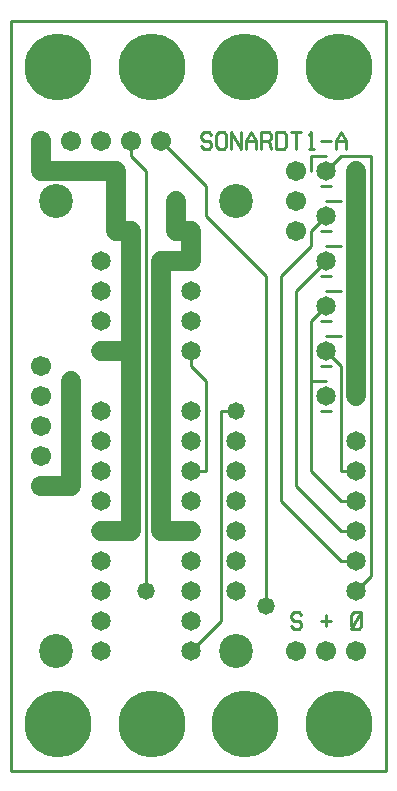
<source format=gtl>
%MOIN*%
%FSLAX25Y25*%
G04 D10 used for Character Trace; *
G04     Circle (OD=.01000) (No hole)*
G04 D11 used for Power Trace; *
G04     Circle (OD=.06700) (No hole)*
G04 D12 used for Signal Trace; *
G04     Circle (OD=.01100) (No hole)*
G04 D13 used for Via; *
G04     Circle (OD=.05800) (Round. Hole ID=.02800)*
G04 D14 used for Component hole; *
G04     Circle (OD=.06500) (Round. Hole ID=.03500)*
G04 D15 used for Component hole; *
G04     Circle (OD=.06700) (Round. Hole ID=.04300)*
G04 D16 used for Component hole; *
G04     Circle (OD=.08100) (Round. Hole ID=.05100)*
G04 D17 used for Component hole; *
G04     Circle (OD=.08900) (Round. Hole ID=.05900)*
G04 D18 used for Component hole; *
G04     Circle (OD=.11300) (Round. Hole ID=.08300)*
G04 D19 used for Component hole; *
G04     Circle (OD=.16000) (Round. Hole ID=.13000)*
G04 D20 used for Component hole; *
G04     Circle (OD=.18300) (Round. Hole ID=.15300)*
G04 D21 used for Component hole; *
G04     Circle (OD=.22291) (Round. Hole ID=.19291)*
%ADD10C,.01000*%
%ADD11C,.06700*%
%ADD12C,.01100*%
%ADD13C,.05800*%
%ADD14C,.06500*%
%ADD15C,.06700*%
%ADD16C,.08100*%
%ADD17C,.08900*%
%ADD18C,.11300*%
%ADD19C,.16000*%
%ADD20C,.18300*%
%ADD21C,.22291*%
%IPPOS*%
%LPD*%
G90*X0Y0D02*D21*X15625Y15625D03*D14*              
X30000Y40000D03*D18*X15000D03*D21*X46875Y15625D03*
D14*X30000Y50000D03*X60000Y60000D03*D13*X45000D03*
D12*Y200000D01*X40000Y205000D01*Y210000D01*D15*   
D03*D11*X35000Y190000D02*Y200000D01*D14*          
Y190000D03*D11*Y180000D01*X40000D01*Y140000D01*   
Y80000D01*X30000D01*D14*D03*Y90000D03*Y70000D03*  
D11*X10000Y95000D02*X20000D01*D15*X10000D03*D11*  
X20000D02*Y130000D01*D13*D03*D14*X30000Y120000D03*
Y140000D03*D11*X40000D01*D13*X50000Y130000D03*D11*
Y80000D01*X60000D01*D14*D03*Y90000D03*Y70000D03*  
X75000D03*Y80000D03*Y90000D03*Y100000D03*D12*     
X60000D02*X65000D01*D14*X60000D03*D12*X65000D02*  
Y130000D01*X60000Y135000D01*Y140000D01*D14*D03*   
D11*X50000Y130000D02*Y170000D01*X60000D01*D14*D03*
D11*Y180000D01*X55000D01*Y190000D01*D14*D03*D12*  
X85000Y165000D02*X65000Y185000D01*X85000Y55000D02*
Y165000D01*D13*Y55000D03*D10*X96674Y51914D02*     
X95837Y52871D01*X94163D01*X93326Y51914D01*        
Y50957D01*X94163Y50000D01*X95837D01*              
X96674Y49043D01*Y48086D01*X95837Y47129D01*        
X94163D01*X93326Y48086D01*D14*X75000Y60000D03*D18*
Y40000D03*D12*X60000D02*X70000Y50000D01*D14*      
X60000Y40000D03*D12*X70000Y50000D02*Y120000D01*   
X75000D01*D13*D03*D14*Y110000D03*X60000Y120000D03*
Y110000D03*D12*X110000Y90000D02*X100000Y100000D01*
X110000Y90000D02*X115000D01*D14*D03*D12*          
X110000Y80000D02*X115000D01*D14*D03*D12*          
X110000D02*X95000Y95000D01*Y160000D01*            
X105000Y170000D01*D14*D03*D12*Y175000D02*         
X110000D01*X100000D02*Y180000D01*X90000Y165000D02*
X100000Y175000D01*X90000Y90000D02*Y165000D01*     
X110000Y70000D02*X90000Y90000D01*X110000Y70000D02*
X115000D01*D14*D03*D12*Y60000D02*X120000Y65000D01*
D14*X115000Y60000D03*D12*X120000Y65000D02*        
Y205000D01*X110000D01*X105000Y200000D01*D14*D03*  
D12*X100000D02*Y205000D01*D10*X103326Y195000D02*  
X106674D01*D12*X100000Y205000D02*X105000D01*D15*  
X95000Y200000D03*D14*X115000D03*D11*Y185000D01*   
D14*D03*D11*Y170000D01*D14*D03*D11*Y155000D01*D14*
D03*D11*Y140000D01*D14*D03*D11*Y125000D01*D14*D03*
D10*X103326Y135000D02*X106674D01*D12*             
X100000Y130000D02*X105000D01*X100000Y100000D02*   
Y130000D01*X110000Y100000D02*X115000D01*D14*D03*  
D12*X110000D02*Y135000D01*X105000Y140000D01*D14*  
D03*D12*Y145000D02*X110000D01*X100000Y130000D02*  
Y150000D01*D14*X105000Y125000D03*D10*             
X103326Y120000D02*X106674D01*X103326Y150000D02*   
X106674D01*D12*X100000D02*X105000Y155000D01*D14*  
D03*D12*Y160000D02*X110000D01*D10*                
X103326Y165000D02*X106674D01*X103326Y180000D02*   
X106674D01*D12*X100000D02*X105000Y185000D01*D14*  
D03*D12*Y190000D02*X110000D01*D15*                
X95000Y180000D03*Y190000D03*D18*X75000D03*D10*    
X66674Y211914D02*X65837Y212871D01*X64163D01*      
X63326Y211914D01*Y210957D01*X64163Y210000D01*     
X65837D01*X66674Y209043D01*Y208086D01*            
X65837Y207129D01*X64163D01*X63326Y208086D01*      
X71674D02*X70837Y207129D01*X69163D01*             
X68326Y208086D01*Y211914D01*X69163Y212871D01*     
X70837D01*X71674Y211914D01*Y208086D01*            
X73326Y207129D02*Y212871D01*X76674Y207129D01*     
Y212871D01*X78326Y207129D02*Y210000D01*           
X80000Y212871D01*X81674Y210000D01*Y207129D01*     
X78326Y210000D02*X81674D01*X83326Y207129D02*      
Y212871D01*X85837D01*X86674Y211914D01*Y210957D01* 
X85837Y210000D01*X83326D01*X85837D02*             
X86674Y207129D01*X88326D02*Y212871D01*X90837D01*  
X91674Y211914D01*Y208086D01*X90837Y207129D01*     
X88326D01*X95000D02*Y212871D01*X93326D02*         
X96674D01*X99163Y211914D02*X100000Y212871D01*     
Y207129D01*X99163D02*X100837D01*X103326Y210000D02*
X106674D01*X108326Y207129D02*Y210000D01*          
X110000Y212871D01*X111674Y210000D01*Y207129D01*   
X108326Y210000D02*X111674D01*D12*X65000Y185000D02*
Y195000D01*X50000Y210000D01*D15*D03*D11*          
X10000Y200000D02*X35000D01*X10000D02*Y210000D01*  
D15*D03*X20000D03*X30000D03*D18*X15000Y190000D03* 
D21*X15625Y234375D03*X46875D03*D12*X0Y0D02*       
Y250000D01*Y0D02*X125000D01*Y250000D01*X0D01*D21* 
X78125Y234375D03*D14*X30000Y170000D03*Y160000D03* 
X60000D03*X30000Y150000D03*X60000D03*D21*         
X109375Y234375D03*D15*X10000Y135000D03*Y125000D03*
Y115000D03*D14*X30000Y110000D03*X115000D03*D15*   
X10000Y105000D03*D14*X30000Y100000D03*Y60000D03*  
X60000Y50000D03*D10*X103326D02*X106674D01*        
X105000Y51914D02*Y48086D01*X116674D02*            
X115837Y47129D01*X114163D01*X113326Y48086D01*     
Y51914D01*X114163Y52871D01*X115837D01*            
X116674Y51914D01*Y48086D01*X113326Y47129D02*      
X116674Y52871D01*D15*X95000Y40000D03*X105000D03*  
X115000D03*D21*X78125Y15625D03*X109375D03*M02*    

</source>
